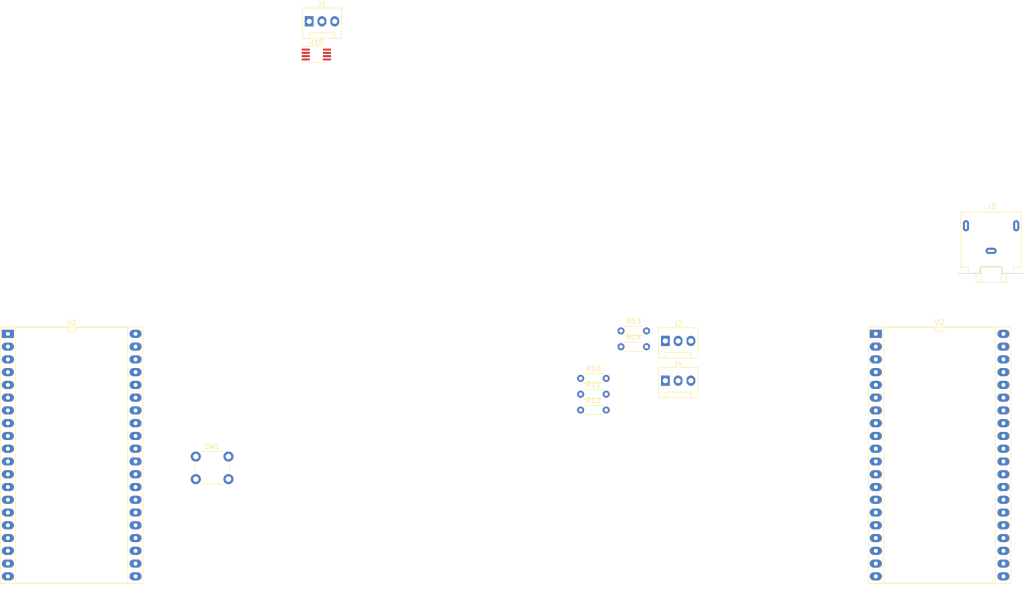
<source format=kicad_pcb>
(kicad_pcb (version 20221018) (generator pcbnew)
  (layers (0 "F.Cu" signal) (31 "B.Cu" signal) (34 "B.Paste" user) (35 "F.Paste" user) (36 "B.SilkS" user "B.Silkscreen") (37 "F.SilkS" user "F.Silkscreen") (38 "B.Mask" user) (39 "F.Mask" user) (44 "Edge.Cuts" user))
  (net 0 "")
  (net 1 "/console (RX) 115200 baud 8-N-1")
  (net 2 "Net-(J1-Pin_3)")
  (net 3 "Earth")
  (net 4 "Net-(J2-Pin_1)")
  (net 5 "+3V3")
  (net 6 "Net-(J2-Pin_2)")
  (net 12 "Net-(J5-Pin_1)")
  (net 13 "Net-(J5-Pin_2)")
  (net 14 "Net-(J5-Pin_3)")
  (net 15 "Net-(J5-Pin_4)")
  (net 16 "Net-(J5-Pin_5)")
  (net 17 "/console (TX) 115200 baud 8-N-1")
  (net 18 "Net-(J5-Pin_6)")
  (net 19 "Net-(J2-Pin_3)")
  (net 20 "Net-(U2-AUDIO_L)")
  (net 21 "Net-(U2-AUDIO_R)")
  (net 22 "Net-(J4-Pin_1)")
  (net 23 "Net-(J4-Pin_2)")
  (net 24 "Net-(J4-Pin_3)")
  (net 25 "Net-(J5-Pin_7)")
  (net 26 "+5V")
  (net 27 "Net-(J5-Pin_8)")
  (net 30 "Net-(J4-Pin_4)")
  (net 36 "/SDA")
  (net 37 "/SCL")
  (net 38 "/ALERT")
  (net 39 "/A0")
  (net 40 "/A1")
  (net 41 "Net-(U6-DP)")
  (net 42 "/A2")
  (net 43 "Net-(U7-A)")
  (net 44 "VDD")
  (net 45 "Net-(U7-B)")
  (net 46 "Net-(U7-C)")
  (net 47 "Net-(U7-D)")
  (net 55 "/I2S SD")
  (net 56 "Net-(U1-RUN)")
  (net 57 "/12.568576 MHz")
  (net 58 "/49.096 KHz")
  (net 60 "/1.571072 MHz")
  (net 63 "Net-(U1-VSYS)")
  (net 64 "Net-(U4-Q3)")
  (net 65 "Net-(U8-Q5)")
  (net 66 "Net-(U8-Q4)")
  (net 67 "Net-(U8-Q2)")
  (net 68 "Net-(U8-Q1)")
  (footprint "Resistor_THT:R_Axial_DIN0204_L3.6mm_D1.6mm_P5.08mm_Horizontal" (layer "F.Cu") (at 182.97 125.7575)
    (fp_text reference "R14" (at 2.54 -1.92) (layer "F.SilkS"))
    (fp_text value "330")
    (fp_line (start 0.62 -0.92) (end 4.46 -0.92) (stroke (width 0.12)) (layer "F.SilkS"))
    (fp_line (start 0.62 0.92) (end 4.46 0.92) (stroke (width 0.12)) (layer "F.SilkS"))
    (pad "1" thru_hole circle (at 0 0) (size 1.4 1.4) (drill 0.7) (layers "*.Cu" "*.Mask") (net 47 "Net-(U7-D)"))
    (pad "2" thru_hole oval (at 5.08 0) (size 1.4 1.4) (drill 0.7) (layers "*.Cu" "*.Mask") (net 68 "Net-(U8-Q1)"))
  )
  (footprint "Connector_Audio:Jack_3.5mm_CUI_SJ1-3523N_Horizontal" (layer "F.Cu") (at 256.62 106.68)
    (fp_text reference "J3" (at 0 -8.8) (layer "F.SilkS"))
    (fp_text value "Stereo line out")
    (fp_line (start -6 -7.7) (end 6 -7.7) (stroke (width 0.12)) (layer "F.SilkS"))
    (fp_line (start -6 3.3) (end -6 -7.7) (stroke (width 0.12)) (layer "F.SilkS"))
    (fp_line (start -4.5 3.3) (end -6 3.3) (stroke (width 0.12)) (layer "F.SilkS"))
    (fp_line (start -4.5 4.5) (end -4.5 3.3) (stroke (width 0.12)) (layer "F.SilkS"))
    (fp_line (start -3 4.5) (end -4.5 4.5) (stroke (width 0.12)) (layer "F.SilkS"))
    (fp_line (start -3 6.3) (end -3 4.5) (stroke (width 0.12)) (layer "F.SilkS"))
    (fp_line (start -2 3.3) (end -2 6.3) (stroke (width 0.12)) (layer "F.SilkS"))
    (fp_line (start 2 3.3) (end -2 3.3) (stroke (width 0.12)) (layer "F.SilkS"))
    (fp_line (start 2 6.3) (end 2 3.3) (stroke (width 0.12)) (layer "F.SilkS"))
    (fp_line (start 3 4.5) (end 3 6.3) (stroke (width 0.12)) (layer "F.SilkS"))
    (fp_line (start 3 6.3) (end -3 6.3) (stroke (width 0.12)) (layer "F.SilkS"))
    (fp_line (start 4.5 3.3) (end 4.5 4.5) (stroke (width 0.12)) (layer "F.SilkS"))
    (fp_line (start 4.5 4.5) (end 3 4.5) (stroke (width 0.12)) (layer "F.SilkS"))
    (fp_line (start 6 -7.7) (end 6 3.3) (stroke (width 0.12)) (layer "F.SilkS"))
    (fp_line (start 6 3.3) (end 4.5 3.3) (stroke (width 0.12)) (layer "F.SilkS"))
    (fp_line (start -2.2 3.5) (end -2.2 4.5) (stroke (width 0.12)) (layer "Edge.Cuts"))
    (fp_line (start -2.2 4.5) (end -6.5 4.5) (stroke (width 0.12)) (layer "Edge.Cuts"))
    (fp_line (start 1.8 3.1) (end -1.8 3.1) (stroke (width 0.12)) (layer "Edge.Cuts"))
    (fp_line (start 2.2 3.5) (end 2.2 4.5) (stroke (width 0.12)) (layer "Edge.Cuts"))
    (fp_line (start 2.2 4.5) (end 6.5 4.5) (stroke (width 0.12)) (layer "Edge.Cuts"))
    (fp_arc (start -2.2 3.5) (mid -2.082842 3.217158) (end -1.8 3.1) (stroke (width 0.12)) (layer "Edge.Cuts"))
    (fp_arc (start 1.8 3.1) (mid 2.082843 3.217157) (end 2.2 3.5) (stroke (width 0.12)) (layer "Edge.Cuts"))
    (pad "" np_thru_hole circle (at -5 0) (size 1.2 1.2) (drill 1.2) (layers "*.Cu"))
    (pad "" np_thru_hole circle (at -5 2.5) (size 1.2 1.2) (drill 1.2) (layers "*.Cu"))
    (pad "" np_thru_hole circle (at 0 -5) (size 1.2 1.2) (drill 1.2) (layers "*.Cu"))
    (pad "" np_thru_hole circle (at 5 0) (size 1.2 1.2) (drill 1.2) (layers "*.Cu"))
    (pad "" np_thru_hole circle (at 5 2.5) (size 1.2 1.2) (drill 1.2) (layers "*.Cu"))
    (pad "R" thru_hole oval (at -5 -5) (size 1.2 2.2) (drill oval 0.4 1.4) (layers "*.Cu" "*.Mask"))
    (pad "S" thru_hole oval (at 0 0) (size 2.2 1.2) (drill oval 1.4 0.4) (layers "*.Cu" "*.Mask") (net 20 "Net-(U2-AUDIO_L)"))
    (pad "T" thru_hole oval (at 5 -5 180) (size 1.2 2.2) (drill oval 0.4 1.4) (layers "*.Cu" "*.Mask") (net 21 "Net-(U2-AUDIO_R)"))
  )
  (footprint "Connector:FanPinHeader_1x03_P2.54mm_Vertical" (layer "F.Cu") (at 191.8 124.6075)
    (fp_text reference "J2" (at 2.5 -3.4) (layer "F.SilkS"))
    (fp_text value "Debug")
    (fp_line (start -1.35 -2.65) (end 6.45 -2.65) (stroke (width 0.12)) (layer "F.SilkS"))
    (fp_line (start -1.35 3.4) (end -1.35 -2.65) (stroke (width 0.12)) (layer "F.SilkS"))
    (fp_line (start 0 2.29) (end 5.08 2.29) (stroke (width 0.12)) (layer "F.SilkS"))
    (fp_line (start 0 3.3) (end 0 2.29) (stroke (width 0.12)) (layer "F.SilkS"))
    (fp_line (start 5.08 2.29) (end 5.08 3.3) (stroke (width 0.12)) (layer "F.SilkS"))
    (fp_line (start 6.45 -2.65) (end 6.45 3.4) (stroke (width 0.12)) (layer "F.SilkS"))
    (fp_line (start 6.45 3.4) (end -1.35 3.4) (stroke (width 0.12)) (layer "F.SilkS"))
    (pad "1" thru_hole rect (at 0 0 90) (size 2.03 1.73) (drill 1.02) (layers "*.Cu" "*.Mask") (net 4 "Net-(J2-Pin_1)"))
    (pad "2" thru_hole oval (at 2.54 0 90) (size 2.03 1.73) (drill 1.02) (layers "*.Cu" "*.Mask") (net 6 "Net-(J2-Pin_2)"))
    (pad "3" thru_hole oval (at 5.08 0 90) (size 2.03 1.73) (drill 1.02) (layers "*.Cu" "*.Mask") (net 19 "Net-(J2-Pin_3)"))
  )
  (footprint "Package_SO:MSOP-8_3x3mm_P0.65mm" (layer "F.Cu") (at 122.3475 67.605)
    (fp_text reference "U10" (at 0 -2.45) (layer "F.SilkS"))
    (fp_text value "MCP9808")
    (fp_line (start 0 -1.61) (end -2.925 -1.61) (stroke (width 0.12)) (layer "F.SilkS"))
    (fp_line (start 0 -1.61) (end 1.5 -1.61) (stroke (width 0.12)) (layer "F.SilkS"))
    (fp_line (start 0 1.61) (end -1.5 1.61) (stroke (width 0.12)) (layer "F.SilkS"))
    (fp_line (start 0 1.61) (end 1.5 1.61) (stroke (width 0.12)) (layer "F.SilkS"))
    (pad "1" smd roundrect (at -2.1125 -0.975) (size 1.625 0.4) (layers "F.Cu" "F.Paste" "F.Mask") (net 36 "/SDA"))
    (pad "2" smd roundrect (at -2.1125 -0.325) (size 1.625 0.4) (layers "F.Cu" "F.Paste" "F.Mask") (net 37 "/SCL"))
    (pad "3" smd roundrect (at -2.1125 0.325) (size 1.625 0.4) (layers "F.Cu" "F.Paste" "F.Mask") (net 38 "/ALERT"))
    (pad "4" smd roundrect (at -2.1125 0.975) (size 1.625 0.4) (layers "F.Cu" "F.Paste" "F.Mask") (net 3 "Earth"))
    (pad "5" smd roundrect (at 2.1125 0.975) (size 1.625 0.4) (layers "F.Cu" "F.Paste" "F.Mask") (net 39 "/A0"))
    (pad "6" smd roundrect (at 2.1125 0.325) (size 1.625 0.4) (layers "F.Cu" "F.Paste" "F.Mask") (net 40 "/A1"))
    (pad "7" smd roundrect (at 2.1125 -0.325) (size 1.625 0.4) (layers "F.Cu" "F.Paste" "F.Mask") (net 42 "/A2"))
    (pad "8" smd roundrect (at 2.1125 -0.975) (size 1.625 0.4) (layers "F.Cu" "F.Paste" "F.Mask") (net 44 "VDD"))
  )
  (footprint "Package_DIP:DIP-40_W25.4mm_Socket_LongPads" (layer "F.Cu") (at 60.96 123.195)
    (fp_text reference "U1" (at 12.7 -2.33) (layer "F.SilkS"))
    (fp_text value "MCU arm Cortex-M0x2")
    (fp_line (start -1.44 -1.39) (end -1.44 49.65) (stroke (width 0.12)) (layer "F.SilkS"))
    (fp_line (start -1.44 49.65) (end 26.84 49.65) (stroke (width 0.12)) (layer "F.SilkS"))
    (fp_line (start 1.56 -1.33) (end 1.56 49.59) (stroke (width 0.12)) (layer "F.SilkS"))
    (fp_line (start 1.56 49.59) (end 23.84 49.59) (stroke (width 0.12)) (layer "F.SilkS"))
    (fp_line (start 11.7 -1.33) (end 1.56 -1.33) (stroke (width 0.12)) (layer "F.SilkS"))
    (fp_line (start 23.84 -1.33) (end 13.7 -1.33) (stroke (width 0.12)) (layer "F.SilkS"))
    (fp_line (start 23.84 49.59) (end 23.84 -1.33) (stroke (width 0.12)) (layer "F.SilkS"))
    (fp_line (start 26.84 -1.39) (end -1.44 -1.39) (stroke (width 0.12)) (layer "F.SilkS"))
    (fp_line (start 26.84 49.65) (end 26.84 -1.39) (stroke (width 0.12)) (layer "F.SilkS"))
    (fp_arc (start 13.7 -1.33) (mid 12.7 -0.33) (end 11.7 -1.33) (stroke (width 0.12)) (layer "F.SilkS"))
    (pad "1" thru_hole rect (at 0 0) (size 2.4 1.6) (drill 0.8) (layers "*.Cu" "*.Mask") (net 17 "/console (TX) 115200 baud 8-N-1"))
    (pad "2" thru_hole oval (at 0 2.54) (size 2.4 1.6) (drill 0.8) (layers "*.Cu" "*.Mask") (net 1 "/console (RX) 115200 baud 8-N-1"))
    (pad "3" thru_hole oval (at 0 5.08) (size 2.4 1.6) (drill 0.8) (layers "*.Cu" "*.Mask") (net 2 "Net-(J1-Pin_3)"))
    (pad "4" thru_hole oval (at 0 7.62) (size 2.4 1.6) (drill 0.8) (layers "*.Cu" "*.Mask"))
    (pad "5" thru_hole oval (at 0 10.16) (size 2.4 1.6) (drill 0.8) (layers "*.Cu" "*.Mask"))
    (pad "6" thru_hole oval (at 0 12.7) (size 2.4 1.6) (drill 0.8) (layers "*.Cu" "*.Mask"))
    (pad "7" thru_hole oval (at 0 15.24) (size 2.4 1.6) (drill 0.8) (layers "*.Cu" "*.Mask"))
    (pad "8" thru_hole oval (at 0 17.78) (size 2.4 1.6) (drill 0.8) (layers "*.Cu" "*.Mask"))
    (pad "9" thru_hole oval (at 0 20.32) (size 2.4 1.6) (drill 0.8) (layers "*.Cu" "*.Mask"))
    (pad "10" thru_hole oval (at 0 22.86) (size 2.4 1.6) (drill 0.8) (layers "*.Cu" "*.Mask"))
    (pad "11" thru_hole oval (at 0 25.4) (size 2.4 1.6) (drill 0.8) (layers "*.Cu" "*.Mask") (net 12 "Net-(J5-Pin_1)"))
    (pad "12" thru_hole oval (at 0 27.94) (size 2.4 1.6) (drill 0.8) (layers "*.Cu" "*.Mask") (net 13 "Net-(J5-Pin_2)"))
    (pad "13" thru_hole oval (at 0 30.48) (size 2.4 1.6) (drill 0.8) (layers "*.Cu" "*.Mask") (net 14 "Net-(J5-Pin_3)"))
    (pad "14" thru_hole oval (at 0 33.02) (size 2.4 1.6) (drill 0.8) (layers "*.Cu" "*.Mask") (net 15 "Net-(J5-Pin_4)"))
    (pad "15" thru_hole oval (at 0 35.56) (size 2.4 1.6) (drill 0.8) (layers "*.Cu" "*.Mask") (net 16 "Net-(J5-Pin_5)"))
    (pad "16" thru_hole oval (at 0 38.1) (size 2.4 1.6) (drill 0.8) (layers "*.Cu" "*.Mask") (net 18 "Net-(J5-Pin_6)"))
    (pad "17" thru_hole oval (at 0 40.64) (size 2.4 1.6) (drill 0.8) (layers "*.Cu" "*.Mask") (net 25 "Net-(J5-Pin_7)"))
    (pad "18" thru_hole oval (at 0 43.18) (size 2.4 1.6) (drill 0.8) (layers "*.Cu" "*.Mask") (net 27 "Net-(J5-Pin_8)"))
    (pad "19" thru_hole oval (at 0 45.72) (size 2.4 1.6) (drill 0.8) (layers "*.Cu" "*.Mask"))
    (pad "20" thru_hole oval (at 0 48.26) (size 2.4 1.6) (drill 0.8) (layers "*.Cu" "*.Mask"))
    (pad "21" thru_hole oval (at 25.4 48.26) (size 2.4 1.6) (drill 0.8) (layers "*.Cu" "*.Mask") (net 30 "Net-(J4-Pin_4)"))
    (pad "22" thru_hole oval (at 25.4 45.72) (size 2.4 1.6) (drill 0.8) (layers "*.Cu" "*.Mask") (net 24 "Net-(J4-Pin_3)"))
    (pad "23" thru_hole oval (at 25.4 43.18) (size 2.4 1.6) (drill 0.8) (layers "*.Cu" "*.Mask") (net 23 "Net-(J4-Pin_2)"))
    (pad "24" thru_hole oval (at 25.4 40.64) (size 2.4 1.6) (drill 0.8) (layers "*.Cu" "*.Mask"))
    (pad "25" thru_hole oval (at 25.4 38.1) (size 2.4 1.6) (drill 0.8) (layers "*.Cu" "*.Mask"))
    (pad "26" thru_hole oval (at 25.4 35.56) (size 2.4 1.6) (drill 0.8) (layers "*.Cu" "*.Mask"))
    (pad "27" thru_hole oval (at 25.4 33.02) (size 2.4 1.6) (drill 0.8) (layers "*.Cu" "*.Mask"))
    (pad "28" thru_hole oval (at 25.4 30.48) (size 2.4 1.6) (drill 0.8) (layers "*.Cu" "*.Mask"))
    (pad "29" thru_hole oval (at 25.4 27.94) (size 2.4 1.6) (drill 0.8) (layers "*.Cu" "*.Mask"))
    (pad "30" thru_hole oval (at 25.4 25.4) (size 2.4 1.6) (drill 0.8) (layers "*.Cu" "*.Mask") (net 56 "Net-(U1-RUN)"))
    (pad "31" thru_hole oval (at 25.4 22.86) (size 2.4 1.6) (drill 0.8) (layers "*.Cu" "*.Mask"))
    (pad "32" thru_hole oval (at 25.4 20.32) (size 2.4 1.6) (drill 0.8) (layers "*.Cu" "*.Mask"))
    (pad "33" thru_hole oval (at 25.4 17.78) (size 2.4 1.6) (drill 0.8) (layers "*.Cu" "*.Mask"))
    (pad "34" thru_hole oval (at 25.4 15.24) (size 2.4 1.6) (drill 0.8) (layers "*.Cu" "*.Mask"))
    (pad "35" thru_hole oval (at 25.4 12.7) (size 2.4 1.6) (drill 0.8) (layers "*.Cu" "*.Mask"))
    (pad "36" thru_hole oval (at 25.4 10.16) (size 2.4 1.6) (drill 0.8) (layers "*.Cu" "*.Mask") (net 5 "+3V3"))
    (pad "37" thru_hole oval (at 25.4 7.62) (size 2.4 1.6) (drill 0.8) (layers "*.Cu" "*.Mask"))
    (pad "38" thru_hole oval (at 25.4 5.08) (size 2.4 1.6) (drill 0.8) (layers "*.Cu" "*.Mask"))
    (pad "39" thru_hole oval (at 25.4 2.54) (size 2.4 1.6) (drill 0.8) (layers "*.Cu" "*.Mask") (net 63 "Net-(U1-VSYS)"))
    (pad "40" thru_hole oval (at 25.4 0) (size 2.4 1.6) (drill 0.8) (layers "*.Cu" "*.Mask") (net 26 "+5V"))
  )
  (footprint "Resistor_THT:R_Axial_DIN0204_L3.6mm_D1.6mm_P5.08mm_Horizontal" (layer "F.Cu") (at 174.94 138.3575)
    (fp_text reference "R12" (at 2.54 -1.92) (layer "F.SilkS"))
    (fp_text value "330")
    (fp_line (start 0.62 -0.92) (end 4.46 -0.92) (stroke (width 0.12)) (layer "F.SilkS"))
    (fp_line (start 0.62 0.92) (end 4.46 0.92) (stroke (width 0.12)) (layer "F.SilkS"))
    (pad "1" thru_hole circle (at 0 0) (size 1.4 1.4) (drill 0.7) (layers "*.Cu" "*.Mask") (net 45 "Net-(U7-B)"))
    (pad "2" thru_hole oval (at 5.08 0) (size 1.4 1.4) (drill 0.7) (layers "*.Cu" "*.Mask") (net 66 "Net-(U8-Q4)"))
  )
  (footprint "Connector:FanPinHeader_1x03_P2.54mm_Vertical" (layer "F.Cu") (at 120.9175 61.005)
    (fp_text reference "J1" (at 2.5 -3.4) (layer "F.SilkS"))
    (fp_text value "Debug")
    (fp_line (start -1.35 -2.65) (end 6.45 -2.65) (stroke (width 0.12)) (layer "F.SilkS"))
    (fp_line (start -1.35 3.4) (end -1.35 -2.65) (stroke (width 0.12)) (layer "F.SilkS"))
    (fp_line (start 0 2.29) (end 5.08 2.29) (stroke (width 0.12)) (layer "F.SilkS"))
    (fp_line (start 0 3.3) (end 0 2.29) (stroke (width 0.12)) (layer "F.SilkS"))
    (fp_line (start 5.08 2.29) (end 5.08 3.3) (stroke (width 0.12)) (layer "F.SilkS"))
    (fp_line (start 6.45 -2.65) (end 6.45 3.4) (stroke (width 0.12)) (layer "F.SilkS"))
    (fp_line (start 6.45 3.4) (end -1.35 3.4) (stroke (width 0.12)) (layer "F.SilkS"))
    (pad "1" thru_hole rect (at 0 0 90) (size 2.03 1.73) (drill 1.02) (layers "*.Cu" "*.Mask") (net 17 "/console (TX) 115200 baud 8-N-1"))
    (pad "2" thru_hole oval (at 2.54 0 90) (size 2.03 1.73) (drill 1.02) (layers "*.Cu" "*.Mask") (net 1 "/console (RX) 115200 baud 8-N-1"))
    (pad "3" thru_hole oval (at 5.08 0 90) (size 2.03 1.73) (drill 1.02) (layers "*.Cu" "*.Mask") (net 2 "Net-(J1-Pin_3)"))
  )
  (footprint "Package_DIP:DIP-40_W25.4mm_Socket_LongPads" (layer "F.Cu") (at 233.68 123.195)
    (fp_text reference "U2" (at 12.7 -2.33) (layer "F.SilkS"))
    (fp_text value "I2S DAC")
    (fp_line (start -1.44 -1.39) (end -1.44 49.65) (stroke (width 0.12)) (layer "F.SilkS"))
    (fp_line (start -1.44 49.65) (end 26.84 49.65) (stroke (width 0.12)) (layer "F.SilkS"))
    (fp_line (start 1.56 -1.33) (end 1.56 49.59) (stroke (width 0.12)) (layer "F.SilkS"))
    (fp_line (start 1.56 49.59) (end 23.84 49.59) (stroke (width 0.12)) (layer "F.SilkS"))
    (fp_line (start 11.7 -1.33) (end 1.56 -1.33) (stroke (width 0.12)) (layer "F.SilkS"))
    (fp_line (start 23.84 -1.33) (end 13.7 -1.33) (stroke (width 0.12)) (layer "F.SilkS"))
    (fp_line (start 23.84 49.59) (end 23.84 -1.33) (stroke (width 0.12)) (layer "F.SilkS"))
    (fp_line (start 26.84 -1.39) (end -1.44 -1.39) (stroke (width 0.12)) (layer "F.SilkS"))
    (fp_line (start 26.84 49.65) (end 26.84 -1.39) (stroke (width 0.12)) (layer "F.SilkS"))
    (fp_arc (start 13.7 -1.33) (mid 12.7 -0.33) (end 11.7 -1.33) (stroke (width 0.12)) (layer "F.SilkS"))
    (pad "1" thru_hole rect (at 0 0) (size 2.4 1.6) (drill 0.8) (layers "*.Cu" "*.Mask"))
    (pad "2" thru_hole oval (at 0 2.54) (size 2.4 1.6) (drill 0.8) (layers "*.Cu" "*.Mask"))
    (pad "3" thru_hole oval (at 0 5.08) (size 2.4 1.6) (drill 0.8) (layers "*.Cu" "*.Mask") (net 3 "Earth"))
    (pad "4" thru_hole oval (at 0 7.62) (size 2.4 1.6) (drill 0.8) (layers "*.Cu" "*.Mask"))
    (pad "5" thru_hole oval (at 0 10.16) (size 2.4 1.6) (drill 0.8) (layers "*.Cu" "*.Mask"))
    (pad "6" thru_hole oval (at 0 12.7) (size 2.4 1.6) (drill 0.8) (layers "*.Cu" "*.Mask"))
    (pad "7" thru_hole oval (at 0 15.24) (size 2.4 1.6) (drill 0.8) (layers "*.Cu" "*.Mask"))
    (pad "8" thru_hole oval (at 0 17.78) (size 2.4 1.6) (drill 0.8) (layers "*.Cu" "*.Mask") (net 3 "Earth"))
    (pad "9" thru_hole oval (at 0 20.32) (size 2.4 1.6) (drill 0.8) (layers "*.Cu" "*.Mask"))
    (pad "10" thru_hole oval (at 0 22.86) (size 2.4 1.6) (drill 0.8) (layers "*.Cu" "*.Mask"))
    (pad "11" thru_hole oval (at 0 25.4) (size 2.4 1.6) (drill 0.8) (layers "*.Cu" "*.Mask"))
    (pad "12" thru_hole oval (at 0 27.94) (size 2.4 1.6) (drill 0.8) (layers "*.Cu" "*.Mask"))
    (pad "13" thru_hole oval (at 0 30.48) (size 2.4 1.6) (drill 0.8) (layers "*.Cu" "*.Mask") (net 3 "Earth"))
    (pad "14" thru_hole oval (at 0 33.02) (size 2.4 1.6) (drill 0.8) (layers "*.Cu" "*.Mask"))
    (pad "15" thru_hole oval (at 0 35.56) (size 2.4 1.6) (drill 0.8) (layers "*.Cu" "*.Mask"))
    (pad "16" thru_hole oval (at 0 38.1) (size 2.4 1.6) (drill 0.8) (layers "*.Cu" "*.Mask"))
    (pad "17" thru_hole oval (at 0 40.64) (size 2.4 1.6) (drill 0.8) (layers "*.Cu" "*.Mask"))
    (pad "18" thru_hole oval (at 0 43.18) (size 2.4 1.6) (drill 0.8) (layers "*.Cu" "*.Mask") (net 3 "Earth"))
    (pad "19" thru_hole oval (at 0 45.72) (size 2.4 1.6) (drill 0.8) (layers "*.Cu" "*.Mask"))
    (pad "20" thru_hole oval (at 0 48.26) (size 2.4 1.6) (drill 0.8) (layers "*.Cu" "*.Mask"))
    (pad "21" thru_hole oval (at 25.4 48.26) (size 2.4 1.6) (drill 0.8) (layers "*.Cu" "*.Mask"))
    (pad "22" thru_hole oval (at 25.4 45.72) (size 2.4 1.6) (drill 0.8) (layers "*.Cu" "*.Mask"))
    (pad "23" thru_hole oval (at 25.4 43.18) (size 2.4 1.6) (drill 0.8) (layers "*.Cu" "*.Mask") (net 3 "Earth"))
    (pad "24" thru_hole oval (at 25.4 40.64) (size 2.4 1.6) (drill 0.8) (layers "*.Cu" "*.Mask"))
    (pad "25" thru_hole oval (at 25.4 38.1) (size 2.4 1.6) (drill 0.8) (layers "*.Cu" "*.Mask"))
    (pad "26" thru_hole oval (at 25.4 35.56) (size 2.4 1.6) (drill 0.8) (layers "*.Cu" "*.Mask"))
    (pad "27" thru_hole oval (at 25.4 33.02) (size 2.4 1.6) (drill 0.8) (layers "*.Cu" "*.Mask"))
    (pad "28" thru_hole oval (at 25.4 30.48) (size 2.4 1.6) (drill 0.8) (layers "*.Cu" "*.Mask") (net 3 "Earth"))
    (pad "29" thru_hole oval (at 25.4 27.94) (size 2.4 1.6) (drill 0.8) (layers "*.Cu" "*.Mask") (net 55 "/I2S SD"))
    (pad "30" thru_hole oval (at 25.4 25.4) (size 2.4 1.6) (drill 0.8) (layers "*.Cu" "*.Mask"))
    (pad "31" thru_hole oval (at 25.4 22.86) (size 2.4 1.6) (drill 0.8) (layers "*.Cu" "*.Mask") (net 57 "/12.568576 MHz"))
    (pad "32" thru_hole oval (at 25.4 20.32) (size 2.4 1.6) (drill 0.8) (layers "*.Cu" "*.Mask") (net 58 "/49.096 KHz"))
    (pad "33" thru_hole oval (at 25.4 17.78) (size 2.4 1.6) (drill 0.8) (layers "*.Cu" "*.Mask") (net 3 "Earth"))
    (pad "34" thru_hole oval (at 25.4 15.24) (size 2.4 1.6) (drill 0.8) (layers "*.Cu" "*.Mask") (net 60 "/1.571072 MHz"))
    (pad "35" thru_hole oval (at 25.4 12.7) (size 2.4 1.6) (drill 0.8) (layers "*.Cu" "*.Mask"))
    (pad "36" thru_hole oval (at 25.4 10.16) (size 2.4 1.6) (drill 0.8) (layers "*.Cu" "*.Mask"))
    (pad "37" thru_hole oval (at 25.4 7.62) (size 2.4 1.6) (drill 0.8) (layers "*.Cu" "*.Mask"))
    (pad "38" thru_hole oval (at 25.4 5.08) (size 2.4 1.6) (drill 0.8) (layers "*.Cu" "*.Mask") (net 3 "Earth"))
    (pad "39" thru_hole oval (at 25.4 2.54) (size 2.4 1.6) (drill 0.8) (layers "*.Cu" "*.Mask") (net 63 "Net-(U1-VSYS)"))
    (pad "40" thru_hole oval (at 25.4 0) (size 2.4 1.6) (drill 0.8) (layers "*.Cu" "*.Mask"))
  )
  (footprint "Resistor_THT:R_Axial_DIN0204_L3.6mm_D1.6mm_P5.08mm_Horizontal" (layer "F.Cu") (at 174.94 135.2075)
    (fp_text reference "R11" (at 2.54 -1.92) (layer "F.SilkS"))
    (fp_text value "330")
    (fp_line (start 0.62 -0.92) (end 4.46 -0.92) (stroke (width 0.12)) (layer "F.SilkS"))
    (fp_line (start 0.62 0.92) (end 4.46 0.92) (stroke (width 0.12)) (layer "F.SilkS"))
    (pad "1" thru_hole circle (at 0 0) (size 1.4 1.4) (drill 0.7) (layers "*.Cu" "*.Mask") (net 43 "Net-(U7-A)"))
    (pad "2" thru_hole oval (at 5.08 0) (size 1.4 1.4) (drill 0.7) (layers "*.Cu" "*.Mask") (net 65 "Net-(U8-Q5)"))
  )
  (footprint "Resistor_THT:R_Axial_DIN0204_L3.6mm_D1.6mm_P5.08mm_Horizontal" (layer "F.Cu") (at 182.97 122.6075)
    (fp_text reference "R13" (at 2.54 -1.92) (layer "F.SilkS"))
    (fp_text value "330")
    (fp_line (start 0.62 -0.92) (end 4.46 -0.92) (stroke (width 0.12)) (layer "F.SilkS"))
    (fp_line (start 0.62 0.92) (end 4.46 0.92) (stroke (width 0.12)) (layer "F.SilkS"))
    (pad "1" thru_hole circle (at 0 0) (size 1.4 1.4) (drill 0.7) (layers "*.Cu" "*.Mask") (net 46 "Net-(U7-C)"))
    (pad "2" thru_hole oval (at 5.08 0) (size 1.4 1.4) (drill 0.7) (layers "*.Cu" "*.Mask") (net 67 "Net-(U8-Q2)"))
  )
  (footprint "Connector:FanPinHeader_1x03_P2.54mm_Vertical" (layer "F.Cu") (at 191.8 132.5075)
    (fp_text reference "J4" (at 2.5 -3.4) (layer "F.SilkS"))
    (fp_text value "Debug")
    (fp_line (start -1.35 -2.65) (end 6.45 -2.65) (stroke (width 0.12)) (layer "F.SilkS"))
    (fp_line (start -1.35 3.4) (end -1.35 -2.65) (stroke (width 0.12)) (layer "F.SilkS"))
    (fp_line (start 0 2.29) (end 5.08 2.29) (stroke (width 0.12)) (layer "F.SilkS"))
    (fp_line (start 0 3.3) (end 0 2.29) (stroke (width 0.12)) (layer "F.SilkS"))
    (fp_line (start 5.08 2.29) (end 5.08 3.3) (stroke (width 0.12)) (layer "F.SilkS"))
    (fp_line (start 6.45 -2.65) (end 6.45 3.4) (stroke (width 0.12)) (layer "F.SilkS"))
    (fp_line (start 6.45 3.4) (end -1.35 3.4) (stroke (width 0.12)) (layer "F.SilkS"))
    (pad "1" thru_hole rect (at 0 0 90) (size 2.03 1.73) (drill 1.02) (layers "*.Cu" "*.Mask") (net 22 "Net-(J4-Pin_1)"))
    (pad "2" thru_hole oval (at 2.54 0 90) (size 2.03 1.73) (drill 1.02) (layers "*.Cu" "*.Mask") (net 23 "Net-(J4-Pin_2)"))
    (pad "3" thru_hole oval (at 5.08 0 90) (size 2.03 1.73) (drill 1.02) (layers "*.Cu" "*.Mask") (net 24 "Net-(J4-Pin_3)"))
  )
  (footprint "Resistor_THT:R_Axial_DIN0204_L3.6mm_D1.6mm_P5.08mm_Horizontal" (layer "F.Cu") (at 174.94 132.0575)
    (fp_text reference "R10" (at 2.54 -1.92) (layer "F.SilkS"))
    (fp_text value "330")
    (fp_line (start 0.62 -0.92) (end 4.46 -0.92) (stroke (width 0.12)) (layer "F.SilkS"))
    (fp_line (start 0.62 0.92) (end 4.46 0.92) (stroke (width 0.12)) (layer "F.SilkS"))
    (pad "1" thru_hole circle (at 0 0) (size 1.4 1.4) (drill 0.7) (layers "*.Cu" "*.Mask") (net 41 "Net-(U6-DP)"))
    (pad "2" thru_hole oval (at 5.08 0) (size 1.4 1.4) (drill 0.7) (layers "*.Cu" "*.Mask") (net 64 "Net-(U4-Q3)"))
  )
  (footprint "Button_Switch_THT:SW_PUSH_6mm_H5mm" (layer "F.Cu") (at 98.35 147.61)
    (fp_text reference "SW1" (at 3.25 -2) (layer "F.SilkS"))
    (fp_text value "RST")
    (fp_line (start -0.25 1.5) (end -0.25 3) (stroke (width 0.12)) (layer "F.SilkS"))
    (fp_line (start 1 5.5) (end 5.5 5.5) (stroke (width 0.12)) (layer "F.SilkS"))
    (fp_line (start 5.5 -1) (end 1 -1) (stroke (width 0.12)) (layer "F.SilkS"))
    (fp_line (start 6.75 3) (end 6.75 1.5) (stroke (width 0.12)) (layer "F.SilkS"))
    (pad "1" thru_hole circle (at 0 0 90) (size 2 2) (drill 1.1) (layers "*.Cu" "*.Mask") (net 56 "Net-(U1-RUN)"))
    (pad "1" thru_hole circle (at 6.5 0 90) (size 2 2) (drill 1.1) (layers "*.Cu" "*.Mask") (net 56 "Net-(U1-RUN)"))
    (pad "2" thru_hole circle (at 0 4.5 90) (size 2 2) (drill 1.1) (layers "*.Cu" "*.Mask") (net 3 "Earth"))
    (pad "2" thru_hole circle (at 6.5 4.5 90) (size 2 2) (drill 1.1) (layers "*.Cu" "*.Mask") (net 3 "Earth"))
  )
)
</source>
